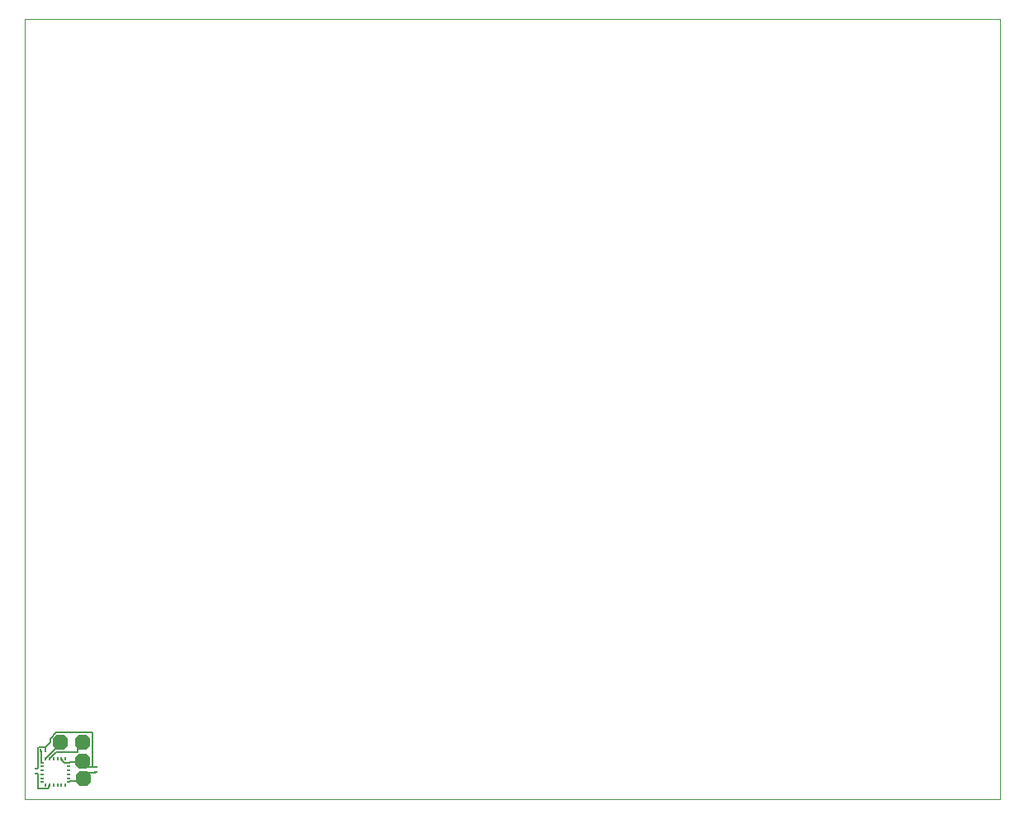
<source format=gtl>
G75*
%MOIN*%
%OFA0B0*%
%FSLAX25Y25*%
%IPPOS*%
%LPD*%
%AMOC8*
5,1,8,0,0,1.08239X$1,22.5*
%
%ADD10C,0.00000*%
%ADD11R,0.01378X0.00984*%
%ADD12R,0.00984X0.01378*%
%ADD13OC8,0.06300*%
%ADD14R,0.00787X0.01181*%
%ADD15R,0.01181X0.00787*%
%ADD16C,0.00500*%
D10*
X0005206Y0001000D02*
X0005206Y0315961D01*
X0398907Y0315961D01*
X0398907Y0001000D01*
X0005206Y0001000D01*
D11*
X0010167Y0011394D03*
X0010167Y0013362D03*
X0034143Y0014150D03*
X0034143Y0012181D03*
D12*
X0013749Y0020685D03*
X0011781Y0020685D03*
D13*
X0019655Y0024228D03*
X0028710Y0024189D03*
X0028710Y0016591D03*
X0028907Y0009346D03*
D14*
X0021702Y0006669D03*
X0020127Y0006669D03*
X0018552Y0006669D03*
X0016978Y0006669D03*
X0015403Y0006669D03*
X0013828Y0006669D03*
X0013828Y0017299D03*
X0015403Y0017299D03*
X0016978Y0017299D03*
X0018552Y0017299D03*
X0020127Y0017299D03*
X0021702Y0017299D03*
D15*
X0023080Y0015921D03*
X0023080Y0014346D03*
X0023080Y0012772D03*
X0023080Y0011197D03*
X0023080Y0009622D03*
X0023080Y0008047D03*
X0012450Y0008047D03*
X0012450Y0009622D03*
X0012450Y0011197D03*
X0012450Y0012772D03*
X0012450Y0014346D03*
X0012450Y0015921D03*
D16*
X0012096Y0016256D01*
X0012096Y0020685D01*
X0011781Y0020685D01*
X0010619Y0021669D02*
X0011112Y0022161D01*
X0013572Y0022161D01*
X0015541Y0024130D01*
X0015541Y0025606D01*
X0018001Y0028067D01*
X0032765Y0028067D01*
X0032765Y0014287D01*
X0033749Y0014287D01*
X0034143Y0014150D01*
X0032765Y0014287D02*
X0028828Y0014287D01*
X0028828Y0016256D01*
X0028710Y0016591D01*
X0028336Y0016256D01*
X0023415Y0016256D01*
X0023080Y0015921D01*
X0022923Y0015764D01*
X0021446Y0015764D01*
X0020462Y0016748D01*
X0020462Y0017240D01*
X0020127Y0017299D01*
X0018001Y0020193D02*
X0026860Y0020193D01*
X0026860Y0022654D01*
X0028336Y0024130D01*
X0028710Y0024189D01*
X0019655Y0024228D02*
X0019478Y0024130D01*
X0019478Y0023146D01*
X0014064Y0017732D01*
X0013828Y0017299D01*
X0015403Y0017299D02*
X0015541Y0017732D01*
X0018001Y0020193D01*
X0013749Y0020685D02*
X0013572Y0020685D01*
X0013572Y0022161D01*
X0010619Y0021669D02*
X0010619Y0013795D01*
X0010167Y0013362D01*
X0010167Y0011394D02*
X0010619Y0011335D01*
X0010619Y0005429D01*
X0014556Y0005429D01*
X0015049Y0005921D01*
X0015049Y0006413D01*
X0015403Y0006669D01*
X0023080Y0008047D02*
X0023415Y0008382D01*
X0028828Y0008382D01*
X0028828Y0008874D01*
X0028907Y0009346D01*
X0029320Y0009366D01*
X0029320Y0011827D01*
X0033749Y0011827D01*
X0034143Y0012181D01*
M02*

</source>
